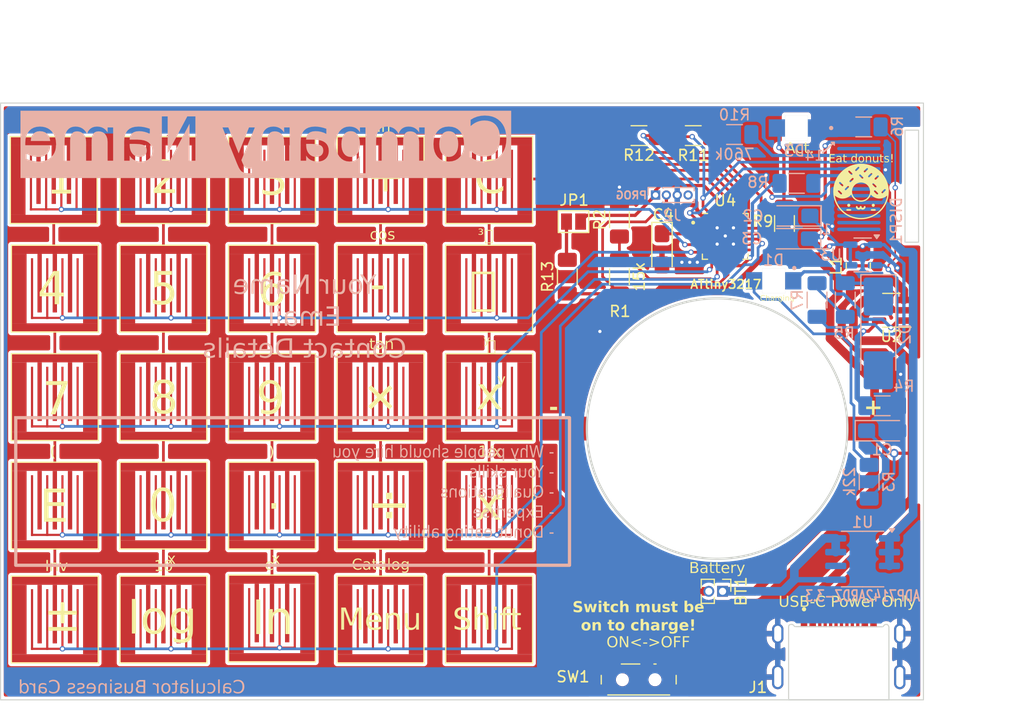
<source format=kicad_pcb>
(kicad_pcb
	(version 20240108)
	(generator "pcbnew")
	(generator_version "8.0")
	(general
		(thickness 1.6)
		(legacy_teardrops no)
	)
	(paper "A4")
	(layers
		(0 "F.Cu" signal)
		(31 "B.Cu" signal)
		(32 "B.Adhes" user "B.Adhesive")
		(33 "F.Adhes" user "F.Adhesive")
		(34 "B.Paste" user)
		(35 "F.Paste" user)
		(36 "B.SilkS" user "B.Silkscreen")
		(37 "F.SilkS" user "F.Silkscreen")
		(38 "B.Mask" user)
		(39 "F.Mask" user)
		(40 "Dwgs.User" user "User.Drawings")
		(41 "Cmts.User" user "User.Comments")
		(42 "Eco1.User" user "User.Eco1")
		(43 "Eco2.User" user "User.Eco2")
		(44 "Edge.Cuts" user)
		(45 "Margin" user)
		(46 "B.CrtYd" user "B.Courtyard")
		(47 "F.CrtYd" user "F.Courtyard")
		(48 "B.Fab" user)
		(49 "F.Fab" user)
		(50 "User.1" user)
		(51 "User.2" user)
		(52 "User.3" user)
		(53 "User.4" user)
		(54 "User.5" user)
		(55 "User.6" user)
		(56 "User.7" user)
		(57 "User.8" user)
		(58 "User.9" user)
	)
	(setup
		(pad_to_mask_clearance 0)
		(allow_soldermask_bridges_in_footprints no)
		(pcbplotparams
			(layerselection 0x00010fc_ffffffff)
			(plot_on_all_layers_selection 0x0000000_00000000)
			(disableapertmacros no)
			(usegerberextensions yes)
			(usegerberattributes yes)
			(usegerberadvancedattributes yes)
			(creategerberjobfile no)
			(dashed_line_dash_ratio 12.000000)
			(dashed_line_gap_ratio 3.000000)
			(svgprecision 4)
			(plotframeref no)
			(viasonmask no)
			(mode 1)
			(useauxorigin no)
			(hpglpennumber 1)
			(hpglpenspeed 20)
			(hpglpendiameter 15.000000)
			(pdf_front_fp_property_popups yes)
			(pdf_back_fp_property_popups yes)
			(dxfpolygonmode yes)
			(dxfimperialunits yes)
			(dxfusepcbnewfont yes)
			(psnegative no)
			(psa4output no)
			(plotreference yes)
			(plotvalue yes)
			(plotfptext yes)
			(plotinvisibletext no)
			(sketchpadsonfab no)
			(subtractmaskfromsilk no)
			(outputformat 1)
			(mirror no)
			(drillshape 0)
			(scaleselection 1)
			(outputdirectory "gerbers")
		)
	)
	(net 0 "")
	(net 1 "+BATT")
	(net 2 "GND")
	(net 3 "unconnected-(J1-CC1-PadA5)")
	(net 4 "unconnected-(J1-CC2-PadB5)")
	(net 5 "Y6")
	(net 6 "X0")
	(net 7 "Y7")
	(net 8 "Y8")
	(net 9 "Y9")
	(net 10 "Y10")
	(net 11 "Y11")
	(net 12 "X1")
	(net 13 "X2")
	(net 14 "X3")
	(net 15 "X4")
	(net 16 "Net-(D1-K)")
	(net 17 "Net-(D1-A)")
	(net 18 "SCL")
	(net 19 "SDA")
	(net 20 "VBUS")
	(net 21 "BAT_MON")
	(net 22 "VCC")
	(net 23 "Net-(D2-A)")
	(net 24 "UPDI")
	(net 25 "+3.3V")
	(net 26 "unconnected-(J2-Pin_4-Pad4)")
	(net 27 "Net-(JP1-B)")
	(net 28 "~{SSD_RESET}")
	(net 29 "ACTIVITY")
	(net 30 "Net-(BT1--)")
	(net 31 "unconnected-(SW1-C-Pad3)")
	(net 32 "unconnected-(J1-DN1-PadA7)")
	(net 33 "unconnected-(J1-DN2-PadB7)")
	(net 34 "unconnected-(J1-SBU2-PadB8)")
	(net 35 "unconnected-(J1-DP2-PadB6)")
	(net 36 "unconnected-(J1-SBU1-PadA8)")
	(net 37 "unconnected-(J1-DP1-PadA6)")
	(net 38 "Net-(D3-A)")
	(net 39 "Net-(DISP1-IREF)")
	(net 40 "unconnected-(DISP1-C2P-Pad1)")
	(net 41 "unconnected-(DISP1-NC-Pad6)")
	(net 42 "unconnected-(DISP1-VCOMH-Pad13)")
	(net 43 "Net-(DISP1-~{RES})")
	(net 44 "unconnected-(DISP1-C2N-Pad2)")
	(net 45 "unconnected-(DISP1-C1P-Pad3)")
	(net 46 "unconnected-(DISP1-C1N-Pad4)")
	(net 47 "Net-(U2-PROG)")
	(net 48 "Net-(U3-FB)")
	(net 49 "unconnected-(U1-SS-Pad6)")
	(net 50 "unconnected-(U4-PB4-Pad12)")
	(net 51 "unconnected-(U4-PB2-Pad14)")
	(net 52 "unconnected-(U4-PA3-Pad2)")
	(net 53 "unconnected-(U4-PB3-Pad13)")
	(net 54 "unconnected-(U4-PB7-Pad9)")
	(net 55 "Net-(R5-Pad1)")
	(footprint "FrozenFootprints:TouchButton-8x8mm" (layer "F.Cu") (at 94 64.1))
	(footprint "Resistor_SMD:R_1206_3216Metric_Pad1.30x1.75mm_HandSolder" (layer "F.Cu") (at 142.8 40 180))
	(footprint "Resistor_SMD:R_1206_3216Metric_Pad1.30x1.75mm_HandSolder" (layer "F.Cu") (at 131.2 53 90))
	(footprint "FrozenFootprints:TouchButton-8x8mm" (layer "F.Cu") (at 94 44.1))
	(footprint "FrozenFootprints:TouchButton-8x8mm" (layer "F.Cu") (at 84 64.1))
	(footprint "FrozenFootprints:TouchButton-8x8mm" (layer "F.Cu") (at 104 54.1))
	(footprint "FrozenFootprints:TouchButton-8x8mm" (layer "F.Cu") (at 114 54.1))
	(footprint "FrozenFootprints:TouchButton-8x8mm" (layer "F.Cu") (at 114 44.1))
	(footprint "FrozenFootprints:TouchButton-8x8mm" (layer "F.Cu") (at 114 64.1))
	(footprint "FrozenFootprints:TouchButton-8x8mm" (layer "F.Cu") (at 124 54.1))
	(footprint "Package_TO_SOT_SMD:TSOT-23-5" (layer "F.Cu") (at 161.05 56.1 180))
	(footprint "Button_Switch_SMD:SW_SPDT_PCM12" (layer "F.Cu") (at 137.775 89.82))
	(footprint "Resistor_SMD:R_1206_3216Metric_Pad1.30x1.75mm_HandSolder" (layer "F.Cu") (at 136 47.75 90))
	(footprint "FrozenFootprints:TouchButton-8x8mm" (layer "F.Cu") (at 94 74.1))
	(footprint "FrozenFootprints:TouchButton-8x8mm" (layer "F.Cu") (at 104 44.1))
	(footprint "FrozenFootprints:TouchButton-8x8mm" (layer "F.Cu") (at 124 44.1))
	(footprint "FrozenFootprints:TouchButton-8x8mm" (layer "F.Cu") (at 124 74.1))
	(footprint "FrozenFootprints:AMPHENOL_GSB1C4621DS2HR" (layer "F.Cu") (at 156.2 89.9))
	(footprint "FrozenFootprints:TouchButton-8x8mm" (layer "F.Cu") (at 94 84.6))
	(footprint "FrozenFootprints:TouchButton-8x8mm" (layer "F.Cu") (at 124 84.6))
	(footprint "FrozenFootprints:TouchButton-8x8mm" (layer "F.Cu") (at 83.9 44.1))
	(footprint "FrozenFootprints:TouchButton-8x8mm" (layer "F.Cu") (at 104 84.5))
	(footprint "FrozenFootprints:TouchButton-8x8mm" (layer "F.Cu") (at 104 64.1))
	(footprint "Resistor_SMD:R_1206_3216Metric_Pad1.30x1.75mm_HandSolder" (layer "F.Cu") (at 136 53 90))
	(footprint "FrozenFootprints:TouchButton-8x8mm" (layer "F.Cu") (at 84 74.1))
	(footprint "FrozenFootprints:donut_extra_extra_tiny" (layer "F.Cu") (at 158.25 45.15))
	(footprint "Resistor_SMD:R_1206_3216Metric_Pad1.30x1.75mm_HandSolder" (layer "F.Cu") (at 151.2 48.1 90))
	(footprint "Package_DFN_QFN:QFN-24-1EP_4x4mm_P0.5mm_EP2.6x2.6mm"
		(layer "F.Cu")
		(uuid "971f5a7e-10ce-419e-b306-8397a86e3152")
		(at 145.75 49.2875)
		(descr "QFN, 24 Pin (http://ww1.microchip.com/downloads/en/PackagingSpec/00000049BQ.pdf#page=278), generated with kicad-footprint-generator ipc_noLead_generator.py")
		(tags "QFN NoLead")
		(property "Reference" "U4"
			(at 0 -3.3 0)
			(layer "F.SilkS")
			(uuid "18e8e886-a979-4b38-80a1-4ba20d1717d8")
			(effects
				(font
					(size 1 1)
					(thickness 0.15)
				)
			)
		)
		(property "Value" "ATtiny3217"
			(at 0.05 4.4125 0)
			(layer "F.SilkS")
			(uuid "63575ba3-6d6e-4241-bf3d-c268a6e20358")
			(effects
				(font
					(size 0.8 0.8)
					(thickness 0.15)
				)
			)
		)
		(property "Footprint" "Package_DFN_QFN:QFN-24-1EP_4x4mm_P0.5mm_EP2.6x2.6mm"
			(at 0 0 0)
			(unlocked yes)
			(layer "F.Fab")
			(hide yes)
			(uuid "d2732682-7363-4bbd-bc84-57263ccb7b5e")
			(effects
				(font
					(size 1.27 1.27)
					(thickness 0.15)
				)
			)
		)
		(property "Datasheet" "http://ww1.microchip.com/downloads/en/DeviceDoc/ATtiny3217_1617-Data-Sheet-40001999B.pdf"
			(at 0 0 0)
			(unlocked yes)
			(layer "F.Fab")
			(hide yes)
			(uuid "65d23cf5-2ca7-4578-9541-f474756a366a")
			(effects
				(font
					(size 1.27 1.27)
					(thickness 0.15)
				)
			)
		)
		(property "Description" ""
			(at 0 0 0)
			(unlocked yes)
			(layer "F.Fab")
			(hide yes)
			(uuid "b4b9c0e9-c57a-4b42-a79d-2189d2b61035")
			(effects
				(font
					(size 1.27 1.27)
					(thickness 0.15)
				)
			)
		)
		(property "Part Number" "ATTINY3217-MFRCT-ND"
			(at 0 0 0)
			(unlocked yes)
			(layer "F.Fab")
			(hide yes)
			(uuid "b979f88f-0bf4-48bd-b1aa-deb5a500aef0")
			(effects
				(font
					(size 1 1)
					(thickness 0.15)
				)
			)
		)
		(property ki_fp_filters "QFN*1EP*4x4mm*P0.5mm*")
		(path "/c52dcfdd-cd1c-42cb-817b-714c071a9165")
		(sheetname "Root")
		(sheetfile "businesscard.kicad_sch")
		(attr smd)
		(fp_line
			(start -2.11 2.11)
			(end -2.11 1.635)
			(stroke
				(width 0.12)
				(type solid)
			)
			(layer "F.SilkS")
			(uuid "399c98cb-97af-452f-9d6f-5dae8d327b55")
		)
		(fp_line
			(start -1.635 -2.11)
			(end -2.11 -2.11)
			(stroke
				(width 0.12)
				(type solid)
			)
			(layer "F.SilkS")
			(uuid "bdc2e23a-76b4-4680-8b86-2ce29e1ca1e1")
		)
		(fp_line
			(start -1.635 2.11)
			(end -2.11 2.11)
			(stroke
				(width 0.12)
				(type solid)
			)
			(layer "F.SilkS")
			(uuid "ee794637-0349-47b7-b7d8-6bd85e7a320f")
		)
		(fp_line
			(start 1.635 -2.11)
			(end 2.11 -2.11)
			(stroke
				(width 0.12)
				(type solid)
			)
			(layer "F.SilkS")
			(uuid "5b44883c-59ca-4d0c-b67e-e0665208de78")
		)
		(fp_line
			(start 1.635 2.11)
			(end 2.11 2.11)
			(stroke
				(width 0.12)
				(type solid)
			)
			(layer "F.SilkS")
			(uuid "639c8853-c419-42c3-a39b-aacf55340a77")
		)
		(fp_line
			(start 2.11 -2.11)
			(end 2.11 -1.635)
			(stroke
				(width 0.12)
				(type solid)
			)
			(layer "F.SilkS")
			(uuid "8773d67b-a7d8-4b36-834f-6a2b474a0316")
		)
		(fp_line
			(start 2.11 2.11)
			(end 2.11 1.635)
			(stroke
				(width 0.12)
				(type solid)
			)
			(layer "F.SilkS")
			(uuid "841ec825-f501-4a73-b6fd-237f9d0b3c56")
		)
		(fp_line
			(start -2.6 -2.6)
			(end -2.6 2.6)
			(stroke
				(width 0.05)
				(type solid)
			)
			(layer "F.CrtYd")
			(uuid "9021d5db-8ee6-49a7-958d-d1767d9bf3c8")
		)
		(fp_line
			(start -2.6 2.6)
			(end 2.6 2.6)
			(stroke
				(width 0.05)
				(type solid)
			)
			(layer "F.CrtYd")
			(uuid "88340a08-9123-425f-b341-b908a48eeaa4")
		)
		(fp_line
			(start 2.6 -2.6)
			(end -2.6 -2.6)
			(stroke
				(width 0.05)
				(type solid)
			)
			(layer "F.CrtYd")
			(uuid "6582e88e-2dd8-4a4d-88d4-a2ada4459c0c")
		)
		(fp_line
			(start 2.6 2.6)
			(end 2.6 -2.6)
			(stroke
				(width 0.05)
				(type solid)
			)
			(layer "F.CrtYd")
			(uuid "16bfa6c6-2810-4832-ad6d-98a18a832357")
		)
		(fp_line
			(start -2 -1)
			(end -1 -2)
			(stroke
				(width 0.1)
				(type solid)
			)
			(layer "F.Fab")
			(uuid "34815529-c8bf-4f43-9eb3-4ea589428d61")
		)
		(fp_line
			(start -2 2)
			(end -2 -1)
			(stroke
				(width 0.1)
				(type solid)
			)
			(layer "F.Fab")
			(uuid "aacb4732-8718-4156-b797-6dd31c94dbd1")
		)
		(fp_line
			(start -1 -2)
			(end 2 -2)
			(stroke
				(width 0.1)
				(type solid)
			)
			(layer "F.Fab")
			(uuid "3639eebe-1b46-49b6-af46-35889a41784d")
		)
		(fp_line
			(start 2 -2)
			(end 2 2)
			(stroke
				(width 0.1)
				(type solid)
			)
			(layer "F.Fab")
			(uuid "c1d2db31-d362-4fcc-b826-cc2e647aea6c")
		)
		(fp_line
			(start 2 2)
			(end -2 2)
			(stroke
				(width 0.1)
				(type solid)
			)
			(layer "F.Fab")
			(uuid "38a41e65-2a4a-4c03-ae3f-731799357b92")
		)
		(fp_text user "${REFERENCE}"
			(at 0 0 0)
			(layer "F.Fab")
			(uuid "f1f52bc8-4a48-40e6-8f78-afde980e7b91")
			(effects
				(font
					(size 1 1)
					(thickness 0.15)
				)
			)
		)
		(pad "" smd roundrect
			(at -0.65 -0.65)
			(size 1.05 1.05)
			(layers "F.Paste")
			(roundrect_rratio 0.238095)
			(uuid "0d331ace-9ea7-4c5f-89b6-4b9bd4228737")
		)
		(pad "" smd roundrect
			(at -0.65 0.65)
			(size 1.05 1.05)
			(layers "F.Paste")
			(roundrect_rratio 0.238095)
			(uuid "f50c5c56-c4cb-42dd-9a9c-b135eb059388")
		)
		(pad "" smd roundrect
			(at 0.65 -0.65)
			(size 1.05 1.05)
			(layers "F.Paste")
			(roundrect_rratio 0.238095)
			(uuid "f39a81d5-2aac-408f-bfc2-0a4bdd15039a")
		)
		(pad "" smd roundrect
			(at 0.65 0.65)
			(size 1.05 1.05)
			(layers "F.Paste")
			(roundrect_rratio 0.238095)
			(uuid "2e80550a-d7a7-44f7-80ff-87bc0751434c")
		)
		(pad "1" smd roundrect
		
... [767001 chars truncated]
</source>
